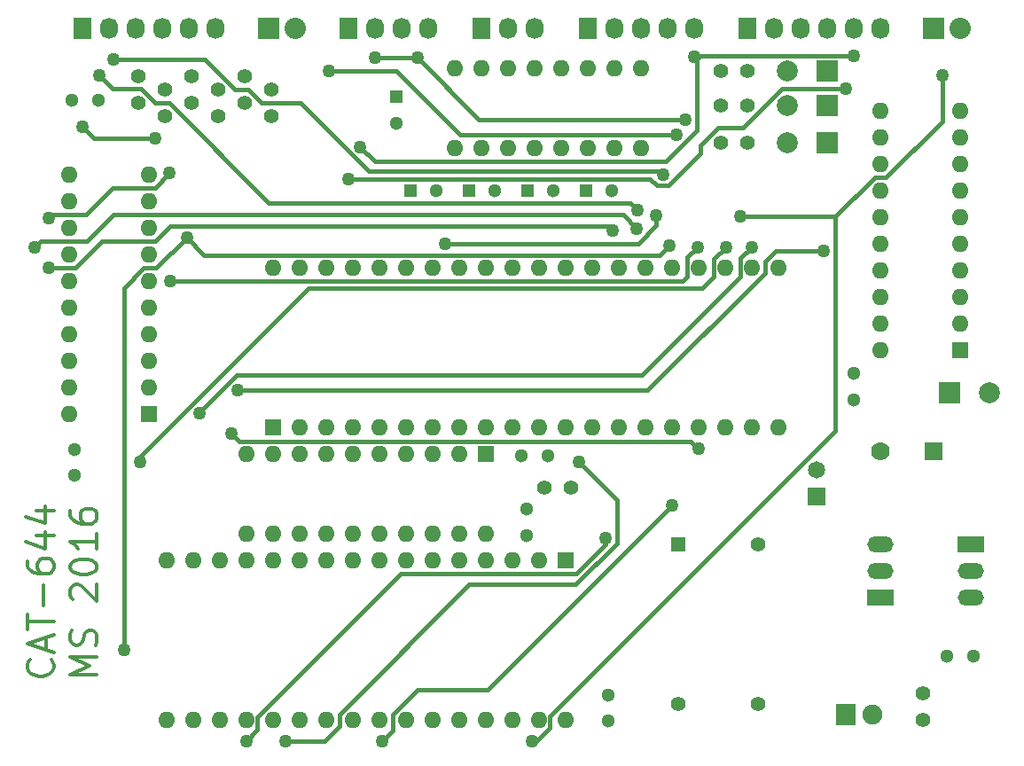
<source format=gbr>
G04 #@! TF.FileFunction,Copper,L1,Top,Signal*
%FSLAX46Y46*%
G04 Gerber Fmt 4.6, Leading zero omitted, Abs format (unit mm)*
G04 Created by KiCad (PCBNEW (2016-11-04 revision c7fcb26)-makepkg) date 11/10/16 01:47:37*
%MOMM*%
%LPD*%
G01*
G04 APERTURE LIST*
%ADD10C,0.100000*%
%ADD11C,0.300000*%
%ADD12C,1.397000*%
%ADD13O,2.499360X1.501140*%
%ADD14R,2.499360X1.501140*%
%ADD15R,1.600000X1.600000*%
%ADD16O,1.600000X1.600000*%
%ADD17R,1.397000X1.397000*%
%ADD18R,1.778000X1.778000*%
%ADD19C,1.778000*%
%ADD20R,1.900000X2.000000*%
%ADD21C,1.900000*%
%ADD22C,1.998980*%
%ADD23R,1.998980X1.998980*%
%ADD24R,2.032000X2.032000*%
%ADD25O,2.032000X2.032000*%
%ADD26R,1.727200X2.032000*%
%ADD27O,1.727200X2.032000*%
%ADD28C,1.300000*%
%ADD29R,1.300000X1.300000*%
%ADD30C,1.651000*%
%ADD31R,1.651000X1.651000*%
%ADD32C,1.270000*%
%ADD33C,0.381000*%
G04 APERTURE END LIST*
D10*
D11*
X5902142Y12119047D02*
X6023095Y11998095D01*
X6144047Y11635238D01*
X6144047Y11393333D01*
X6023095Y11030476D01*
X5781190Y10788571D01*
X5539285Y10667619D01*
X5055476Y10546666D01*
X4692619Y10546666D01*
X4208809Y10667619D01*
X3966904Y10788571D01*
X3724999Y11030476D01*
X3604047Y11393333D01*
X3604047Y11635238D01*
X3724999Y11998095D01*
X3845952Y12119047D01*
X5418333Y13086666D02*
X5418333Y14296190D01*
X6144047Y12844761D02*
X3604047Y13691428D01*
X6144047Y14538095D01*
X3604047Y15021904D02*
X3604047Y16473333D01*
X6144047Y15747619D02*
X3604047Y15747619D01*
X5176428Y17320000D02*
X5176428Y19255238D01*
X3604047Y21553333D02*
X3604047Y21069523D01*
X3725000Y20827619D01*
X3845952Y20706666D01*
X4208809Y20464761D01*
X4692619Y20343809D01*
X5660238Y20343809D01*
X5902142Y20464761D01*
X6023095Y20585714D01*
X6144047Y20827619D01*
X6144047Y21311428D01*
X6023095Y21553333D01*
X5902142Y21674285D01*
X5660238Y21795238D01*
X5055476Y21795238D01*
X4813571Y21674285D01*
X4692619Y21553333D01*
X4571666Y21311428D01*
X4571666Y20827619D01*
X4692619Y20585714D01*
X4813571Y20464761D01*
X5055476Y20343809D01*
X4450714Y23972380D02*
X6144047Y23972380D01*
X3483095Y23367619D02*
X5297380Y22762857D01*
X5297380Y24335238D01*
X4450714Y26391428D02*
X6144047Y26391428D01*
X3483095Y25786666D02*
X5297380Y25181904D01*
X5297380Y26754285D01*
X10254047Y10728095D02*
X7714047Y10728095D01*
X9528333Y11574761D01*
X7714047Y12421428D01*
X10254047Y12421428D01*
X10133095Y13509999D02*
X10254047Y13872857D01*
X10254047Y14477619D01*
X10133095Y14719523D01*
X10012142Y14840476D01*
X9770238Y14961428D01*
X9528333Y14961428D01*
X9286428Y14840476D01*
X9165476Y14719523D01*
X9044523Y14477619D01*
X8923571Y13993809D01*
X8802619Y13751904D01*
X8681666Y13630952D01*
X8439761Y13509999D01*
X8197857Y13509999D01*
X7955952Y13630952D01*
X7835000Y13751904D01*
X7714047Y13993809D01*
X7714047Y14598571D01*
X7835000Y14961428D01*
X7955952Y17864285D02*
X7835000Y17985238D01*
X7714047Y18227142D01*
X7714047Y18831904D01*
X7835000Y19073809D01*
X7955952Y19194761D01*
X8197857Y19315714D01*
X8439761Y19315714D01*
X8802619Y19194761D01*
X10254047Y17743333D01*
X10254047Y19315714D01*
X7714047Y20888095D02*
X7714047Y21130000D01*
X7835000Y21371904D01*
X7955952Y21492857D01*
X8197857Y21613809D01*
X8681666Y21734761D01*
X9286428Y21734761D01*
X9770238Y21613809D01*
X10012142Y21492857D01*
X10133095Y21371904D01*
X10254047Y21130000D01*
X10254047Y20888095D01*
X10133095Y20646190D01*
X10012142Y20525238D01*
X9770238Y20404285D01*
X9286428Y20283333D01*
X8681666Y20283333D01*
X8197857Y20404285D01*
X7955952Y20525238D01*
X7835000Y20646190D01*
X7714047Y20888095D01*
X10254047Y24153809D02*
X10254047Y22702380D01*
X10254047Y23428095D02*
X7714047Y23428095D01*
X8076904Y23186190D01*
X8318809Y22944285D01*
X8439761Y22702380D01*
X7714047Y26330952D02*
X7714047Y25847142D01*
X7835000Y25605238D01*
X7955952Y25484285D01*
X8318809Y25242380D01*
X8802619Y25121428D01*
X9770238Y25121428D01*
X10012142Y25242380D01*
X10133095Y25363333D01*
X10254047Y25605238D01*
X10254047Y26089047D01*
X10133095Y26330952D01*
X10012142Y26451904D01*
X9770238Y26572857D01*
X9165476Y26572857D01*
X8923571Y26451904D01*
X8802619Y26330952D01*
X8681666Y26089047D01*
X8681666Y25605238D01*
X8802619Y25363333D01*
X8923571Y25242380D01*
X9165476Y25121428D01*
D12*
X89154000Y6350000D03*
X89154000Y8890000D03*
D13*
X93726000Y20574000D03*
D14*
X93726000Y23114000D03*
D13*
X93726000Y18034000D03*
D15*
X92710000Y41656000D03*
D16*
X92710000Y44196000D03*
X92710000Y46736000D03*
X92710000Y49276000D03*
X92710000Y51816000D03*
X92710000Y54356000D03*
X92710000Y56896000D03*
X92710000Y59436000D03*
X92710000Y61976000D03*
X92710000Y64516000D03*
X85090000Y64516000D03*
X85090000Y61976000D03*
X85090000Y59436000D03*
X85090000Y56896000D03*
X85090000Y54356000D03*
X85090000Y51816000D03*
X85090000Y49276000D03*
X85090000Y46736000D03*
X85090000Y44196000D03*
X85090000Y41656000D03*
D17*
X65786000Y23114000D03*
D12*
X65786000Y7874000D03*
X73406000Y7874000D03*
X73406000Y23114000D03*
D15*
X54991000Y21590000D03*
D16*
X52451000Y21590000D03*
X49911000Y21590000D03*
X47371000Y21590000D03*
X44831000Y21590000D03*
X42291000Y21590000D03*
X39751000Y21590000D03*
X37211000Y21590000D03*
X34671000Y21590000D03*
X32131000Y21590000D03*
X29591000Y21590000D03*
X27051000Y21590000D03*
X24511000Y21590000D03*
X21971000Y21590000D03*
X19431000Y21590000D03*
X16891000Y21590000D03*
X16891000Y6350000D03*
X19431000Y6350000D03*
X21971000Y6350000D03*
X24511000Y6350000D03*
X27051000Y6350000D03*
X29591000Y6350000D03*
X32131000Y6350000D03*
X34671000Y6350000D03*
X37211000Y6350000D03*
X39751000Y6350000D03*
X42291000Y6350000D03*
X44831000Y6350000D03*
X47371000Y6350000D03*
X49911000Y6350000D03*
X52451000Y6350000D03*
X54991000Y6350000D03*
D15*
X47371000Y31750000D03*
D16*
X44831000Y31750000D03*
X42291000Y31750000D03*
X39751000Y31750000D03*
X37211000Y31750000D03*
X34671000Y31750000D03*
X32131000Y31750000D03*
X29591000Y31750000D03*
X27051000Y31750000D03*
X24511000Y31750000D03*
X24511000Y24130000D03*
X27051000Y24130000D03*
X29591000Y24130000D03*
X32131000Y24130000D03*
X34671000Y24130000D03*
X37211000Y24130000D03*
X39751000Y24130000D03*
X42291000Y24130000D03*
X44831000Y24130000D03*
X47371000Y24130000D03*
D18*
X90170000Y32004000D03*
D19*
X85090000Y32004000D03*
D20*
X81788000Y6858000D03*
D21*
X84328000Y6858000D03*
D15*
X27051000Y34290000D03*
D16*
X29591000Y34290000D03*
X32131000Y34290000D03*
X34671000Y34290000D03*
X37211000Y34290000D03*
X39751000Y34290000D03*
X42291000Y34290000D03*
X44831000Y34290000D03*
X47371000Y34290000D03*
X49911000Y34290000D03*
X52451000Y34290000D03*
X54991000Y34290000D03*
X57531000Y34290000D03*
X60071000Y34290000D03*
X62611000Y34290000D03*
X65151000Y34290000D03*
X67691000Y34290000D03*
X70231000Y34290000D03*
X72771000Y34290000D03*
X75311000Y34290000D03*
X75311000Y49530000D03*
X72771000Y49530000D03*
X70231000Y49530000D03*
X67691000Y49530000D03*
X65151000Y49530000D03*
X62611000Y49530000D03*
X60071000Y49530000D03*
X57531000Y49530000D03*
X54991000Y49530000D03*
X52451000Y49530000D03*
X49911000Y49530000D03*
X47371000Y49530000D03*
X44831000Y49530000D03*
X42291000Y49530000D03*
X39751000Y49530000D03*
X37211000Y49530000D03*
X34671000Y49530000D03*
X32131000Y49530000D03*
X29591000Y49530000D03*
X27051000Y49530000D03*
D15*
X15240000Y35560000D03*
D16*
X15240000Y38100000D03*
X15240000Y40640000D03*
X15240000Y43180000D03*
X15240000Y45720000D03*
X15240000Y48260000D03*
X15240000Y50800000D03*
X15240000Y53340000D03*
X15240000Y55880000D03*
X15240000Y58420000D03*
X7620000Y58420000D03*
X7620000Y55880000D03*
X7620000Y53340000D03*
X7620000Y50800000D03*
X7620000Y48260000D03*
X7620000Y45720000D03*
X7620000Y43180000D03*
X7620000Y40640000D03*
X7620000Y38100000D03*
X7620000Y35560000D03*
X44450000Y60960000D03*
X46990000Y60960000D03*
X49530000Y60960000D03*
X52070000Y60960000D03*
X54610000Y60960000D03*
X57150000Y60960000D03*
X59690000Y60960000D03*
X62230000Y60960000D03*
X62230000Y68580000D03*
X59690000Y68580000D03*
X57150000Y68580000D03*
X54610000Y68580000D03*
X52070000Y68580000D03*
X49530000Y68580000D03*
X46990000Y68580000D03*
X44450000Y68580000D03*
D22*
X95504000Y37592000D03*
D23*
X91694000Y37592000D03*
D22*
X76200000Y65024000D03*
D23*
X80010000Y65024000D03*
D22*
X76200000Y61468000D03*
D23*
X80010000Y61468000D03*
D22*
X76200000Y68326000D03*
D23*
X80010000Y68326000D03*
D24*
X90170000Y72390000D03*
D25*
X92710000Y72390000D03*
D26*
X46990000Y72390000D03*
D27*
X49530000Y72390000D03*
X52070000Y72390000D03*
D26*
X34290000Y72390000D03*
D27*
X36830000Y72390000D03*
X39370000Y72390000D03*
X41910000Y72390000D03*
D24*
X26670000Y72390000D03*
D25*
X29210000Y72390000D03*
D26*
X8890000Y72390000D03*
D27*
X11430000Y72390000D03*
X13970000Y72390000D03*
X16510000Y72390000D03*
X19050000Y72390000D03*
X21590000Y72390000D03*
D13*
X85090000Y20574000D03*
D14*
X85090000Y18034000D03*
D13*
X85090000Y23114000D03*
D26*
X57150000Y72390000D03*
D27*
X59690000Y72390000D03*
X62230000Y72390000D03*
X64770000Y72390000D03*
X67310000Y72390000D03*
D26*
X72390000Y72390000D03*
D27*
X74930000Y72390000D03*
X77470000Y72390000D03*
X80010000Y72390000D03*
X82550000Y72390000D03*
X85090000Y72390000D03*
D12*
X55499000Y28575000D03*
X52959000Y28575000D03*
X14224000Y67818000D03*
X14224000Y65278000D03*
X19304000Y67818000D03*
X19304000Y65278000D03*
X24384000Y67818000D03*
X24384000Y65278000D03*
X16764000Y66548000D03*
X16764000Y64008000D03*
X21844000Y66548000D03*
X21844000Y64008000D03*
X26924000Y66548000D03*
X26924000Y64008000D03*
X69850000Y61468000D03*
X72390000Y61468000D03*
X69809000Y65024000D03*
X72349000Y65024000D03*
X69850000Y68326000D03*
X72390000Y68326000D03*
D28*
X7874000Y65532000D03*
X10374000Y65532000D03*
X48260000Y56896000D03*
D29*
X45760000Y56896000D03*
X51348000Y56896000D03*
D28*
X53848000Y56896000D03*
X42672000Y56896000D03*
D29*
X40172000Y56896000D03*
X56936000Y56896000D03*
D28*
X59436000Y56896000D03*
X8128000Y32218000D03*
X8128000Y29718000D03*
X82550000Y36957000D03*
X82550000Y39457000D03*
X59055000Y8763000D03*
X59055000Y6263000D03*
X50800000Y31623000D03*
X53300000Y31623000D03*
X38890000Y63390000D03*
D29*
X38890000Y65890000D03*
D28*
X51308000Y26503000D03*
X51308000Y24003000D03*
X93940000Y12446000D03*
X91440000Y12446000D03*
D30*
X78994000Y30226000D03*
D31*
X78994000Y27686000D03*
D32*
X8864800Y62981400D03*
X15818100Y61883000D03*
X10478600Y67950900D03*
X61904800Y55034800D03*
X34277900Y58029700D03*
X81744200Y66675000D03*
X91024800Y67947900D03*
X51833000Y4356100D03*
X71661300Y54434900D03*
X23673500Y37839500D03*
X79688900Y51202900D03*
X82538700Y69770400D03*
X35406000Y61116800D03*
X67310000Y69686700D03*
X40850200Y69584900D03*
X36830000Y69584900D03*
X66471100Y63724300D03*
X11838100Y69479700D03*
X64330600Y58486000D03*
X5651600Y54336500D03*
X17210700Y58581500D03*
X32432400Y68369500D03*
X65632800Y62293200D03*
X65151000Y26898400D03*
X37511200Y4363500D03*
X67691000Y32297700D03*
X23103200Y33743900D03*
X72771000Y51533800D03*
X20066400Y35649000D03*
X70341500Y51543000D03*
X14410400Y31005400D03*
X67608700Y51511100D03*
X17228100Y48285100D03*
X18829600Y52456900D03*
X12828900Y13089300D03*
X64915100Y51704000D03*
X61810500Y53312000D03*
X4337100Y51475900D03*
X59524600Y53158000D03*
X5671000Y49530000D03*
X58801600Y23714300D03*
X24511000Y4367100D03*
X28295800Y4360300D03*
X56330200Y30999700D03*
X63680400Y54535300D03*
X43501400Y51861100D03*
D33*
X15818100Y61883100D02*
X15818100Y61883000D01*
X9963100Y61883100D02*
X15818100Y61883100D01*
X8864800Y62981400D02*
X9963100Y61883100D01*
X11754900Y66674600D02*
X10478600Y67950900D01*
X14453000Y66674600D02*
X11754900Y66674600D01*
X15849600Y65278000D02*
X14453000Y66674600D01*
X17135700Y65278000D02*
X15849600Y65278000D01*
X26662900Y55750800D02*
X17135700Y65278000D01*
X61188800Y55750800D02*
X26662900Y55750800D01*
X61904800Y55034800D02*
X61188800Y55750800D01*
X75693100Y66675000D02*
X81744200Y66675000D01*
X71930500Y62912400D02*
X75693100Y66675000D01*
X69614500Y62912400D02*
X71930500Y62912400D01*
X67926300Y61224200D02*
X69614500Y62912400D01*
X67926300Y60509500D02*
X67926300Y61224200D01*
X64813100Y57396300D02*
X67926300Y60509500D01*
X63727900Y57396300D02*
X64813100Y57396300D01*
X63094500Y58029700D02*
X63727900Y57396300D01*
X34277900Y58029700D02*
X63094500Y58029700D01*
X84528000Y58166000D02*
X80796900Y54434900D01*
X85622000Y58166000D02*
X84528000Y58166000D01*
X91024800Y63568800D02*
X85622000Y58166000D01*
X91024800Y67947900D02*
X91024800Y63568800D01*
X52249700Y4356100D02*
X51833000Y4356100D01*
X53500000Y5606400D02*
X52249700Y4356100D01*
X53500000Y6711000D02*
X53500000Y5606400D01*
X80796900Y34007900D02*
X53500000Y6711000D01*
X80796900Y54434900D02*
X80796900Y34007900D01*
X71661300Y54434900D02*
X80796900Y54434900D01*
X62850600Y37839500D02*
X23673500Y37839500D01*
X74041500Y49030400D02*
X62850600Y37839500D01*
X74041500Y50116700D02*
X74041500Y49030400D01*
X75127700Y51202900D02*
X74041500Y50116700D01*
X79688900Y51202900D02*
X75127700Y51202900D01*
X67553500Y69443300D02*
X67310000Y69686700D01*
X67880600Y69770400D02*
X67553500Y69443300D01*
X82538700Y69770400D02*
X67880600Y69770400D01*
X67551000Y69440800D02*
X67553500Y69443300D01*
X67551000Y62677700D02*
X67551000Y69440800D01*
X64588400Y59715100D02*
X67551000Y62677700D01*
X36807700Y59715100D02*
X64588400Y59715100D01*
X35406000Y61116800D02*
X36807700Y59715100D01*
X40850200Y69584900D02*
X36830000Y69584900D01*
X46710800Y63724300D02*
X66471100Y63724300D01*
X40850200Y69584900D02*
X46710800Y63724300D01*
X64038300Y58778300D02*
X64330600Y58486000D01*
X36190500Y58778300D02*
X64038300Y58778300D01*
X29690800Y65278000D02*
X36190500Y58778300D01*
X26009600Y65278000D02*
X29690800Y65278000D01*
X24739600Y66548000D02*
X26009600Y65278000D01*
X23469600Y66548000D02*
X24739600Y66548000D01*
X20537900Y69479700D02*
X23469600Y66548000D01*
X11838100Y69479700D02*
X20537900Y69479700D01*
X15779200Y57150000D02*
X17210700Y58581500D01*
X11754600Y57150000D02*
X15779200Y57150000D01*
X9214600Y54610000D02*
X11754600Y57150000D01*
X5925100Y54610000D02*
X9214600Y54610000D01*
X5651600Y54336500D02*
X5925100Y54610000D01*
X44964900Y62293200D02*
X65632800Y62293200D01*
X38888600Y68369500D02*
X44964900Y62293200D01*
X32432400Y68369500D02*
X38888600Y68369500D01*
X47528400Y9275800D02*
X65151000Y26898400D01*
X40898900Y9275800D02*
X47528400Y9275800D01*
X38481000Y6857900D02*
X40898900Y9275800D01*
X38481000Y5333300D02*
X38481000Y6857900D01*
X37511200Y4363500D02*
X38481000Y5333300D01*
X23852200Y32994900D02*
X23103200Y33743900D01*
X66993800Y32994900D02*
X23852200Y32994900D01*
X67691000Y32297700D02*
X66993800Y32994900D01*
X71722000Y50484800D02*
X72771000Y51533800D01*
X71722000Y48754200D02*
X71722000Y50484800D01*
X62260300Y39292500D02*
X71722000Y48754200D01*
X23598300Y39292500D02*
X62260300Y39292500D01*
X20066400Y35760600D02*
X23598300Y39292500D01*
X20066400Y35649000D02*
X20066400Y35760600D01*
X69182000Y50383500D02*
X70341500Y51543000D01*
X69182000Y48743300D02*
X69182000Y50383500D01*
X68053200Y47614500D02*
X69182000Y48743300D01*
X30495600Y47614500D02*
X68053200Y47614500D01*
X14410400Y31529300D02*
X30495600Y47614500D01*
X14410400Y31005400D02*
X14410400Y31529300D01*
X66642000Y50544400D02*
X67608700Y51511100D01*
X66642000Y48708700D02*
X66642000Y50544400D01*
X66218400Y48285100D02*
X66642000Y48708700D01*
X17228100Y48285100D02*
X66218400Y48285100D01*
X12828900Y47614800D02*
X12828900Y13089300D01*
X14744100Y49530000D02*
X12828900Y47614800D01*
X15902700Y49530000D02*
X14744100Y49530000D01*
X18829600Y52456900D02*
X15902700Y49530000D01*
X20505300Y50781200D02*
X18829600Y52456900D01*
X63992300Y50781200D02*
X20505300Y50781200D01*
X64915100Y51704000D02*
X63992300Y50781200D01*
X60512500Y54610000D02*
X61810500Y53312000D01*
X11835900Y54610000D02*
X60512500Y54610000D01*
X9295900Y52070000D02*
X11835900Y54610000D01*
X4931200Y52070000D02*
X9295900Y52070000D01*
X4337100Y51475900D02*
X4931200Y52070000D01*
X59145900Y53536700D02*
X59524600Y53158000D01*
X17263500Y53536700D02*
X59145900Y53536700D01*
X15796900Y52070100D02*
X17263500Y53536700D01*
X10744300Y52070100D02*
X15796900Y52070100D01*
X8204200Y49530000D02*
X10744300Y52070100D01*
X5671000Y49530000D02*
X8204200Y49530000D01*
X58801500Y23714300D02*
X58801600Y23714300D01*
X58801500Y23140800D02*
X58801500Y23714300D01*
X56005800Y20345100D02*
X58801500Y23140800D01*
X39278900Y20345100D02*
X56005800Y20345100D01*
X25560000Y6626200D02*
X39278900Y20345100D01*
X25560000Y5416100D02*
X25560000Y6626200D01*
X24511000Y4367100D02*
X25560000Y5416100D01*
X31975800Y4360300D02*
X28295800Y4360300D01*
X33401000Y5785500D02*
X31975800Y4360300D01*
X33401000Y6894100D02*
X33401000Y5785500D01*
X45822000Y19315100D02*
X33401000Y6894100D01*
X55976700Y19315100D02*
X45822000Y19315100D01*
X59913200Y23251600D02*
X55976700Y19315100D01*
X59913200Y27416700D02*
X59913200Y23251600D01*
X56330200Y30999700D02*
X59913200Y27416700D01*
X61957800Y51861100D02*
X43501400Y51861100D01*
X63680400Y53583700D02*
X61957800Y51861100D01*
X63680400Y54535300D02*
X63680400Y53583700D01*
M02*

</source>
